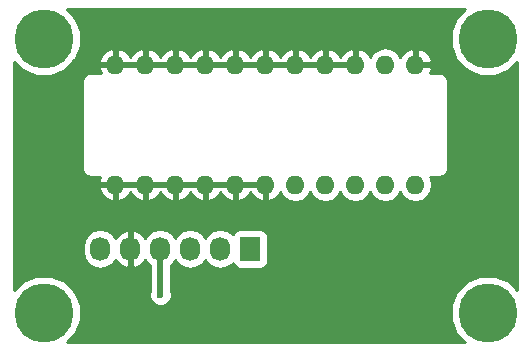
<source format=gbl>
G04 #@! TF.FileFunction,Copper,L2,Bot,Signal*
%FSLAX46Y46*%
G04 Gerber Fmt 4.6, Leading zero omitted, Abs format (unit mm)*
G04 Created by KiCad (PCBNEW 4.0.5+dfsg1-4) date Tue Mar 13 15:03:46 2018*
%MOMM*%
%LPD*%
G01*
G04 APERTURE LIST*
%ADD10C,0.100000*%
%ADD11R,1.727200X2.032000*%
%ADD12O,1.727200X2.032000*%
%ADD13O,1.600000X1.600000*%
%ADD14C,5.000000*%
%ADD15C,0.600000*%
%ADD16C,0.508000*%
%ADD17C,0.254000*%
G04 APERTURE END LIST*
D10*
D11*
X128264880Y-94097760D03*
D12*
X125724880Y-94097760D03*
X123184880Y-94097760D03*
X120644880Y-94097760D03*
X118104880Y-94097760D03*
X115564880Y-94097760D03*
D13*
X142240000Y-88646000D03*
X139700000Y-88646000D03*
X137160000Y-88646000D03*
X134620000Y-88646000D03*
X132080000Y-88646000D03*
X129540000Y-88646000D03*
X127000000Y-88646000D03*
X124460000Y-88646000D03*
X121920000Y-88646000D03*
X119380000Y-88646000D03*
X116840000Y-88646000D03*
X116840000Y-78486000D03*
X119380000Y-78486000D03*
X121920000Y-78486000D03*
X124460000Y-78486000D03*
X127000000Y-78486000D03*
X129540000Y-78486000D03*
X132080000Y-78486000D03*
X134620000Y-78486000D03*
X137160000Y-78486000D03*
X139700000Y-78486000D03*
X142240000Y-78486000D03*
D14*
X110764880Y-76297760D03*
X148364880Y-76297760D03*
X110764880Y-99497760D03*
X148364880Y-99497760D03*
D15*
X119264880Y-100197760D03*
X125064880Y-97097760D03*
X132364880Y-99397760D03*
X140564880Y-99897760D03*
X145364880Y-90997760D03*
X120664880Y-97997760D03*
D16*
X120644880Y-94097760D02*
X120644880Y-97977760D01*
X120644880Y-97977760D02*
X120664880Y-97997760D01*
D17*
G36*
X145708706Y-74519607D02*
X145230426Y-75671434D01*
X145229337Y-76918614D01*
X145705607Y-78071275D01*
X146586727Y-78953934D01*
X147738554Y-79432214D01*
X148985734Y-79433303D01*
X150138395Y-78957033D01*
X150854880Y-78241797D01*
X150854880Y-97554676D01*
X150143033Y-96841586D01*
X148991206Y-96363306D01*
X147744026Y-96362217D01*
X146591365Y-96838487D01*
X145708706Y-97719607D01*
X145230426Y-98871434D01*
X145229337Y-100118614D01*
X145705607Y-101271275D01*
X146420843Y-101987760D01*
X112707964Y-101987760D01*
X113421054Y-101275913D01*
X113899334Y-100124086D01*
X113900423Y-98876906D01*
X113424153Y-97724245D01*
X112543033Y-96841586D01*
X111391206Y-96363306D01*
X110144026Y-96362217D01*
X108991365Y-96838487D01*
X108274880Y-97553723D01*
X108274880Y-93913015D01*
X114066280Y-93913015D01*
X114066280Y-94282505D01*
X114180354Y-94855994D01*
X114505210Y-95342175D01*
X114991391Y-95667031D01*
X115564880Y-95781105D01*
X116138369Y-95667031D01*
X116624550Y-95342175D01*
X116831341Y-95032691D01*
X117202844Y-95448492D01*
X117730089Y-95702469D01*
X117745854Y-95705118D01*
X117977880Y-95583977D01*
X117977880Y-94224760D01*
X117957880Y-94224760D01*
X117957880Y-93970760D01*
X117977880Y-93970760D01*
X117977880Y-92611543D01*
X118231880Y-92611543D01*
X118231880Y-93970760D01*
X118251880Y-93970760D01*
X118251880Y-94224760D01*
X118231880Y-94224760D01*
X118231880Y-95583977D01*
X118463906Y-95705118D01*
X118479671Y-95702469D01*
X119006916Y-95448492D01*
X119378419Y-95032691D01*
X119585210Y-95342175D01*
X119755880Y-95456213D01*
X119755880Y-97748736D01*
X119730042Y-97810961D01*
X119729718Y-98182927D01*
X119871763Y-98526703D01*
X120134553Y-98789952D01*
X120478081Y-98932598D01*
X120850047Y-98932922D01*
X121193823Y-98790877D01*
X121457072Y-98528087D01*
X121599718Y-98184559D01*
X121600042Y-97812593D01*
X121533880Y-97652468D01*
X121533880Y-95456213D01*
X121704550Y-95342175D01*
X121914880Y-95027394D01*
X122125210Y-95342175D01*
X122611391Y-95667031D01*
X123184880Y-95781105D01*
X123758369Y-95667031D01*
X124244550Y-95342175D01*
X124454880Y-95027394D01*
X124665210Y-95342175D01*
X125151391Y-95667031D01*
X125724880Y-95781105D01*
X126298369Y-95667031D01*
X126784550Y-95342175D01*
X126794123Y-95327847D01*
X126798118Y-95349077D01*
X126937190Y-95565201D01*
X127149390Y-95710191D01*
X127401280Y-95761200D01*
X129128480Y-95761200D01*
X129363797Y-95716922D01*
X129579921Y-95577850D01*
X129724911Y-95365650D01*
X129775920Y-95113760D01*
X129775920Y-93081760D01*
X129731642Y-92846443D01*
X129592570Y-92630319D01*
X129380370Y-92485329D01*
X129128480Y-92434320D01*
X127401280Y-92434320D01*
X127165963Y-92478598D01*
X126949839Y-92617670D01*
X126804849Y-92829870D01*
X126796480Y-92871199D01*
X126784550Y-92853345D01*
X126298369Y-92528489D01*
X125724880Y-92414415D01*
X125151391Y-92528489D01*
X124665210Y-92853345D01*
X124454880Y-93168126D01*
X124244550Y-92853345D01*
X123758369Y-92528489D01*
X123184880Y-92414415D01*
X122611391Y-92528489D01*
X122125210Y-92853345D01*
X121914880Y-93168126D01*
X121704550Y-92853345D01*
X121218369Y-92528489D01*
X120644880Y-92414415D01*
X120071391Y-92528489D01*
X119585210Y-92853345D01*
X119378419Y-93162829D01*
X119006916Y-92747028D01*
X118479671Y-92493051D01*
X118463906Y-92490402D01*
X118231880Y-92611543D01*
X117977880Y-92611543D01*
X117745854Y-92490402D01*
X117730089Y-92493051D01*
X117202844Y-92747028D01*
X116831341Y-93162829D01*
X116624550Y-92853345D01*
X116138369Y-92528489D01*
X115564880Y-92414415D01*
X114991391Y-92528489D01*
X114505210Y-92853345D01*
X114180354Y-93339526D01*
X114066280Y-93913015D01*
X108274880Y-93913015D01*
X108274880Y-88995041D01*
X115448086Y-88995041D01*
X115687611Y-89501134D01*
X116102577Y-89877041D01*
X116490961Y-90037904D01*
X116713000Y-89915915D01*
X116713000Y-88773000D01*
X116967000Y-88773000D01*
X116967000Y-89915915D01*
X117189039Y-90037904D01*
X117577423Y-89877041D01*
X117992389Y-89501134D01*
X118110000Y-89252633D01*
X118227611Y-89501134D01*
X118642577Y-89877041D01*
X119030961Y-90037904D01*
X119253000Y-89915915D01*
X119253000Y-88773000D01*
X119507000Y-88773000D01*
X119507000Y-89915915D01*
X119729039Y-90037904D01*
X120117423Y-89877041D01*
X120532389Y-89501134D01*
X120650000Y-89252633D01*
X120767611Y-89501134D01*
X121182577Y-89877041D01*
X121570961Y-90037904D01*
X121793000Y-89915915D01*
X121793000Y-88773000D01*
X122047000Y-88773000D01*
X122047000Y-89915915D01*
X122269039Y-90037904D01*
X122657423Y-89877041D01*
X123072389Y-89501134D01*
X123190000Y-89252633D01*
X123307611Y-89501134D01*
X123722577Y-89877041D01*
X124110961Y-90037904D01*
X124333000Y-89915915D01*
X124333000Y-88773000D01*
X124587000Y-88773000D01*
X124587000Y-89915915D01*
X124809039Y-90037904D01*
X125197423Y-89877041D01*
X125612389Y-89501134D01*
X125730000Y-89252633D01*
X125847611Y-89501134D01*
X126262577Y-89877041D01*
X126650961Y-90037904D01*
X126873000Y-89915915D01*
X126873000Y-88773000D01*
X127127000Y-88773000D01*
X127127000Y-89915915D01*
X127349039Y-90037904D01*
X127737423Y-89877041D01*
X128152389Y-89501134D01*
X128270000Y-89252633D01*
X128387611Y-89501134D01*
X128802577Y-89877041D01*
X129190961Y-90037904D01*
X129413000Y-89915915D01*
X129413000Y-88773000D01*
X127127000Y-88773000D01*
X126873000Y-88773000D01*
X124587000Y-88773000D01*
X124333000Y-88773000D01*
X122047000Y-88773000D01*
X121793000Y-88773000D01*
X119507000Y-88773000D01*
X119253000Y-88773000D01*
X116967000Y-88773000D01*
X116713000Y-88773000D01*
X115569371Y-88773000D01*
X115448086Y-88995041D01*
X108274880Y-88995041D01*
X108274880Y-79897760D01*
X114054880Y-79897760D01*
X114054880Y-87297760D01*
X114108926Y-87569465D01*
X114262834Y-87799806D01*
X114493175Y-87953714D01*
X114764880Y-88007760D01*
X115584959Y-88007760D01*
X115448086Y-88296959D01*
X115569371Y-88519000D01*
X116713000Y-88519000D01*
X116713000Y-88499000D01*
X116967000Y-88499000D01*
X116967000Y-88519000D01*
X119253000Y-88519000D01*
X119253000Y-88499000D01*
X119507000Y-88499000D01*
X119507000Y-88519000D01*
X121793000Y-88519000D01*
X121793000Y-88499000D01*
X122047000Y-88499000D01*
X122047000Y-88519000D01*
X124333000Y-88519000D01*
X124333000Y-88499000D01*
X124587000Y-88499000D01*
X124587000Y-88519000D01*
X126873000Y-88519000D01*
X126873000Y-88499000D01*
X127127000Y-88499000D01*
X127127000Y-88519000D01*
X129413000Y-88519000D01*
X129413000Y-88499000D01*
X129667000Y-88499000D01*
X129667000Y-88519000D01*
X129687000Y-88519000D01*
X129687000Y-88773000D01*
X129667000Y-88773000D01*
X129667000Y-89915915D01*
X129889039Y-90037904D01*
X130277423Y-89877041D01*
X130692389Y-89501134D01*
X130795014Y-89284297D01*
X131065302Y-89688811D01*
X131530849Y-89999880D01*
X132080000Y-90109113D01*
X132629151Y-89999880D01*
X133094698Y-89688811D01*
X133350000Y-89306725D01*
X133605302Y-89688811D01*
X134070849Y-89999880D01*
X134620000Y-90109113D01*
X135169151Y-89999880D01*
X135634698Y-89688811D01*
X135890000Y-89306725D01*
X136145302Y-89688811D01*
X136610849Y-89999880D01*
X137160000Y-90109113D01*
X137709151Y-89999880D01*
X138174698Y-89688811D01*
X138430000Y-89306725D01*
X138685302Y-89688811D01*
X139150849Y-89999880D01*
X139700000Y-90109113D01*
X140249151Y-89999880D01*
X140714698Y-89688811D01*
X140970000Y-89306725D01*
X141225302Y-89688811D01*
X141690849Y-89999880D01*
X142240000Y-90109113D01*
X142789151Y-89999880D01*
X143254698Y-89688811D01*
X143565767Y-89223264D01*
X143675000Y-88674113D01*
X143675000Y-88617887D01*
X143565767Y-88068736D01*
X143525024Y-88007760D01*
X144264880Y-88007760D01*
X144536585Y-87953714D01*
X144766926Y-87799806D01*
X144920834Y-87569465D01*
X144974880Y-87297760D01*
X144974880Y-79897760D01*
X144920834Y-79626055D01*
X144766926Y-79395714D01*
X144536585Y-79241806D01*
X144264880Y-79187760D01*
X143464978Y-79187760D01*
X143631914Y-78835041D01*
X143510629Y-78613000D01*
X142367000Y-78613000D01*
X142367000Y-78633000D01*
X142113000Y-78633000D01*
X142113000Y-78613000D01*
X142093000Y-78613000D01*
X142093000Y-78359000D01*
X142113000Y-78359000D01*
X142113000Y-77216085D01*
X142367000Y-77216085D01*
X142367000Y-78359000D01*
X143510629Y-78359000D01*
X143631914Y-78136959D01*
X143392389Y-77630866D01*
X142977423Y-77254959D01*
X142589039Y-77094096D01*
X142367000Y-77216085D01*
X142113000Y-77216085D01*
X141890961Y-77094096D01*
X141502577Y-77254959D01*
X141087611Y-77630866D01*
X140984986Y-77847703D01*
X140714698Y-77443189D01*
X140249151Y-77132120D01*
X139700000Y-77022887D01*
X139150849Y-77132120D01*
X138685302Y-77443189D01*
X138415014Y-77847703D01*
X138312389Y-77630866D01*
X137897423Y-77254959D01*
X137509039Y-77094096D01*
X137287000Y-77216085D01*
X137287000Y-78359000D01*
X137307000Y-78359000D01*
X137307000Y-78613000D01*
X137287000Y-78613000D01*
X137287000Y-78633000D01*
X137033000Y-78633000D01*
X137033000Y-78613000D01*
X134747000Y-78613000D01*
X134747000Y-78633000D01*
X134493000Y-78633000D01*
X134493000Y-78613000D01*
X132207000Y-78613000D01*
X132207000Y-78633000D01*
X131953000Y-78633000D01*
X131953000Y-78613000D01*
X129667000Y-78613000D01*
X129667000Y-78633000D01*
X129413000Y-78633000D01*
X129413000Y-78613000D01*
X127127000Y-78613000D01*
X127127000Y-78633000D01*
X126873000Y-78633000D01*
X126873000Y-78613000D01*
X124587000Y-78613000D01*
X124587000Y-78633000D01*
X124333000Y-78633000D01*
X124333000Y-78613000D01*
X122047000Y-78613000D01*
X122047000Y-78633000D01*
X121793000Y-78633000D01*
X121793000Y-78613000D01*
X119507000Y-78613000D01*
X119507000Y-78633000D01*
X119253000Y-78633000D01*
X119253000Y-78613000D01*
X116967000Y-78613000D01*
X116967000Y-78633000D01*
X116713000Y-78633000D01*
X116713000Y-78613000D01*
X115569371Y-78613000D01*
X115448086Y-78835041D01*
X115615022Y-79187760D01*
X114764880Y-79187760D01*
X114493175Y-79241806D01*
X114262834Y-79395714D01*
X114108926Y-79626055D01*
X114054880Y-79897760D01*
X108274880Y-79897760D01*
X108274880Y-78240844D01*
X108986727Y-78953934D01*
X110138554Y-79432214D01*
X111385734Y-79433303D01*
X112538395Y-78957033D01*
X113359901Y-78136959D01*
X115448086Y-78136959D01*
X115569371Y-78359000D01*
X116713000Y-78359000D01*
X116713000Y-77216085D01*
X116967000Y-77216085D01*
X116967000Y-78359000D01*
X119253000Y-78359000D01*
X119253000Y-77216085D01*
X119507000Y-77216085D01*
X119507000Y-78359000D01*
X121793000Y-78359000D01*
X121793000Y-77216085D01*
X122047000Y-77216085D01*
X122047000Y-78359000D01*
X124333000Y-78359000D01*
X124333000Y-77216085D01*
X124587000Y-77216085D01*
X124587000Y-78359000D01*
X126873000Y-78359000D01*
X126873000Y-77216085D01*
X127127000Y-77216085D01*
X127127000Y-78359000D01*
X129413000Y-78359000D01*
X129413000Y-77216085D01*
X129667000Y-77216085D01*
X129667000Y-78359000D01*
X131953000Y-78359000D01*
X131953000Y-77216085D01*
X132207000Y-77216085D01*
X132207000Y-78359000D01*
X134493000Y-78359000D01*
X134493000Y-77216085D01*
X134747000Y-77216085D01*
X134747000Y-78359000D01*
X137033000Y-78359000D01*
X137033000Y-77216085D01*
X136810961Y-77094096D01*
X136422577Y-77254959D01*
X136007611Y-77630866D01*
X135890000Y-77879367D01*
X135772389Y-77630866D01*
X135357423Y-77254959D01*
X134969039Y-77094096D01*
X134747000Y-77216085D01*
X134493000Y-77216085D01*
X134270961Y-77094096D01*
X133882577Y-77254959D01*
X133467611Y-77630866D01*
X133350000Y-77879367D01*
X133232389Y-77630866D01*
X132817423Y-77254959D01*
X132429039Y-77094096D01*
X132207000Y-77216085D01*
X131953000Y-77216085D01*
X131730961Y-77094096D01*
X131342577Y-77254959D01*
X130927611Y-77630866D01*
X130810000Y-77879367D01*
X130692389Y-77630866D01*
X130277423Y-77254959D01*
X129889039Y-77094096D01*
X129667000Y-77216085D01*
X129413000Y-77216085D01*
X129190961Y-77094096D01*
X128802577Y-77254959D01*
X128387611Y-77630866D01*
X128270000Y-77879367D01*
X128152389Y-77630866D01*
X127737423Y-77254959D01*
X127349039Y-77094096D01*
X127127000Y-77216085D01*
X126873000Y-77216085D01*
X126650961Y-77094096D01*
X126262577Y-77254959D01*
X125847611Y-77630866D01*
X125730000Y-77879367D01*
X125612389Y-77630866D01*
X125197423Y-77254959D01*
X124809039Y-77094096D01*
X124587000Y-77216085D01*
X124333000Y-77216085D01*
X124110961Y-77094096D01*
X123722577Y-77254959D01*
X123307611Y-77630866D01*
X123190000Y-77879367D01*
X123072389Y-77630866D01*
X122657423Y-77254959D01*
X122269039Y-77094096D01*
X122047000Y-77216085D01*
X121793000Y-77216085D01*
X121570961Y-77094096D01*
X121182577Y-77254959D01*
X120767611Y-77630866D01*
X120650000Y-77879367D01*
X120532389Y-77630866D01*
X120117423Y-77254959D01*
X119729039Y-77094096D01*
X119507000Y-77216085D01*
X119253000Y-77216085D01*
X119030961Y-77094096D01*
X118642577Y-77254959D01*
X118227611Y-77630866D01*
X118110000Y-77879367D01*
X117992389Y-77630866D01*
X117577423Y-77254959D01*
X117189039Y-77094096D01*
X116967000Y-77216085D01*
X116713000Y-77216085D01*
X116490961Y-77094096D01*
X116102577Y-77254959D01*
X115687611Y-77630866D01*
X115448086Y-78136959D01*
X113359901Y-78136959D01*
X113421054Y-78075913D01*
X113899334Y-76924086D01*
X113900423Y-75676906D01*
X113424153Y-74524245D01*
X112708917Y-73807760D01*
X146421796Y-73807760D01*
X145708706Y-74519607D01*
X145708706Y-74519607D01*
G37*
X145708706Y-74519607D02*
X145230426Y-75671434D01*
X145229337Y-76918614D01*
X145705607Y-78071275D01*
X146586727Y-78953934D01*
X147738554Y-79432214D01*
X148985734Y-79433303D01*
X150138395Y-78957033D01*
X150854880Y-78241797D01*
X150854880Y-97554676D01*
X150143033Y-96841586D01*
X148991206Y-96363306D01*
X147744026Y-96362217D01*
X146591365Y-96838487D01*
X145708706Y-97719607D01*
X145230426Y-98871434D01*
X145229337Y-100118614D01*
X145705607Y-101271275D01*
X146420843Y-101987760D01*
X112707964Y-101987760D01*
X113421054Y-101275913D01*
X113899334Y-100124086D01*
X113900423Y-98876906D01*
X113424153Y-97724245D01*
X112543033Y-96841586D01*
X111391206Y-96363306D01*
X110144026Y-96362217D01*
X108991365Y-96838487D01*
X108274880Y-97553723D01*
X108274880Y-93913015D01*
X114066280Y-93913015D01*
X114066280Y-94282505D01*
X114180354Y-94855994D01*
X114505210Y-95342175D01*
X114991391Y-95667031D01*
X115564880Y-95781105D01*
X116138369Y-95667031D01*
X116624550Y-95342175D01*
X116831341Y-95032691D01*
X117202844Y-95448492D01*
X117730089Y-95702469D01*
X117745854Y-95705118D01*
X117977880Y-95583977D01*
X117977880Y-94224760D01*
X117957880Y-94224760D01*
X117957880Y-93970760D01*
X117977880Y-93970760D01*
X117977880Y-92611543D01*
X118231880Y-92611543D01*
X118231880Y-93970760D01*
X118251880Y-93970760D01*
X118251880Y-94224760D01*
X118231880Y-94224760D01*
X118231880Y-95583977D01*
X118463906Y-95705118D01*
X118479671Y-95702469D01*
X119006916Y-95448492D01*
X119378419Y-95032691D01*
X119585210Y-95342175D01*
X119755880Y-95456213D01*
X119755880Y-97748736D01*
X119730042Y-97810961D01*
X119729718Y-98182927D01*
X119871763Y-98526703D01*
X120134553Y-98789952D01*
X120478081Y-98932598D01*
X120850047Y-98932922D01*
X121193823Y-98790877D01*
X121457072Y-98528087D01*
X121599718Y-98184559D01*
X121600042Y-97812593D01*
X121533880Y-97652468D01*
X121533880Y-95456213D01*
X121704550Y-95342175D01*
X121914880Y-95027394D01*
X122125210Y-95342175D01*
X122611391Y-95667031D01*
X123184880Y-95781105D01*
X123758369Y-95667031D01*
X124244550Y-95342175D01*
X124454880Y-95027394D01*
X124665210Y-95342175D01*
X125151391Y-95667031D01*
X125724880Y-95781105D01*
X126298369Y-95667031D01*
X126784550Y-95342175D01*
X126794123Y-95327847D01*
X126798118Y-95349077D01*
X126937190Y-95565201D01*
X127149390Y-95710191D01*
X127401280Y-95761200D01*
X129128480Y-95761200D01*
X129363797Y-95716922D01*
X129579921Y-95577850D01*
X129724911Y-95365650D01*
X129775920Y-95113760D01*
X129775920Y-93081760D01*
X129731642Y-92846443D01*
X129592570Y-92630319D01*
X129380370Y-92485329D01*
X129128480Y-92434320D01*
X127401280Y-92434320D01*
X127165963Y-92478598D01*
X126949839Y-92617670D01*
X126804849Y-92829870D01*
X126796480Y-92871199D01*
X126784550Y-92853345D01*
X126298369Y-92528489D01*
X125724880Y-92414415D01*
X125151391Y-92528489D01*
X124665210Y-92853345D01*
X124454880Y-93168126D01*
X124244550Y-92853345D01*
X123758369Y-92528489D01*
X123184880Y-92414415D01*
X122611391Y-92528489D01*
X122125210Y-92853345D01*
X121914880Y-93168126D01*
X121704550Y-92853345D01*
X121218369Y-92528489D01*
X120644880Y-92414415D01*
X120071391Y-92528489D01*
X119585210Y-92853345D01*
X119378419Y-93162829D01*
X119006916Y-92747028D01*
X118479671Y-92493051D01*
X118463906Y-92490402D01*
X118231880Y-92611543D01*
X117977880Y-92611543D01*
X117745854Y-92490402D01*
X117730089Y-92493051D01*
X117202844Y-92747028D01*
X116831341Y-93162829D01*
X116624550Y-92853345D01*
X116138369Y-92528489D01*
X115564880Y-92414415D01*
X114991391Y-92528489D01*
X114505210Y-92853345D01*
X114180354Y-93339526D01*
X114066280Y-93913015D01*
X108274880Y-93913015D01*
X108274880Y-88995041D01*
X115448086Y-88995041D01*
X115687611Y-89501134D01*
X116102577Y-89877041D01*
X116490961Y-90037904D01*
X116713000Y-89915915D01*
X116713000Y-88773000D01*
X116967000Y-88773000D01*
X116967000Y-89915915D01*
X117189039Y-90037904D01*
X117577423Y-89877041D01*
X117992389Y-89501134D01*
X118110000Y-89252633D01*
X118227611Y-89501134D01*
X118642577Y-89877041D01*
X119030961Y-90037904D01*
X119253000Y-89915915D01*
X119253000Y-88773000D01*
X119507000Y-88773000D01*
X119507000Y-89915915D01*
X119729039Y-90037904D01*
X120117423Y-89877041D01*
X120532389Y-89501134D01*
X120650000Y-89252633D01*
X120767611Y-89501134D01*
X121182577Y-89877041D01*
X121570961Y-90037904D01*
X121793000Y-89915915D01*
X121793000Y-88773000D01*
X122047000Y-88773000D01*
X122047000Y-89915915D01*
X122269039Y-90037904D01*
X122657423Y-89877041D01*
X123072389Y-89501134D01*
X123190000Y-89252633D01*
X123307611Y-89501134D01*
X123722577Y-89877041D01*
X124110961Y-90037904D01*
X124333000Y-89915915D01*
X124333000Y-88773000D01*
X124587000Y-88773000D01*
X124587000Y-89915915D01*
X124809039Y-90037904D01*
X125197423Y-89877041D01*
X125612389Y-89501134D01*
X125730000Y-89252633D01*
X125847611Y-89501134D01*
X126262577Y-89877041D01*
X126650961Y-90037904D01*
X126873000Y-89915915D01*
X126873000Y-88773000D01*
X127127000Y-88773000D01*
X127127000Y-89915915D01*
X127349039Y-90037904D01*
X127737423Y-89877041D01*
X128152389Y-89501134D01*
X128270000Y-89252633D01*
X128387611Y-89501134D01*
X128802577Y-89877041D01*
X129190961Y-90037904D01*
X129413000Y-89915915D01*
X129413000Y-88773000D01*
X127127000Y-88773000D01*
X126873000Y-88773000D01*
X124587000Y-88773000D01*
X124333000Y-88773000D01*
X122047000Y-88773000D01*
X121793000Y-88773000D01*
X119507000Y-88773000D01*
X119253000Y-88773000D01*
X116967000Y-88773000D01*
X116713000Y-88773000D01*
X115569371Y-88773000D01*
X115448086Y-88995041D01*
X108274880Y-88995041D01*
X108274880Y-79897760D01*
X114054880Y-79897760D01*
X114054880Y-87297760D01*
X114108926Y-87569465D01*
X114262834Y-87799806D01*
X114493175Y-87953714D01*
X114764880Y-88007760D01*
X115584959Y-88007760D01*
X115448086Y-88296959D01*
X115569371Y-88519000D01*
X116713000Y-88519000D01*
X116713000Y-88499000D01*
X116967000Y-88499000D01*
X116967000Y-88519000D01*
X119253000Y-88519000D01*
X119253000Y-88499000D01*
X119507000Y-88499000D01*
X119507000Y-88519000D01*
X121793000Y-88519000D01*
X121793000Y-88499000D01*
X122047000Y-88499000D01*
X122047000Y-88519000D01*
X124333000Y-88519000D01*
X124333000Y-88499000D01*
X124587000Y-88499000D01*
X124587000Y-88519000D01*
X126873000Y-88519000D01*
X126873000Y-88499000D01*
X127127000Y-88499000D01*
X127127000Y-88519000D01*
X129413000Y-88519000D01*
X129413000Y-88499000D01*
X129667000Y-88499000D01*
X129667000Y-88519000D01*
X129687000Y-88519000D01*
X129687000Y-88773000D01*
X129667000Y-88773000D01*
X129667000Y-89915915D01*
X129889039Y-90037904D01*
X130277423Y-89877041D01*
X130692389Y-89501134D01*
X130795014Y-89284297D01*
X131065302Y-89688811D01*
X131530849Y-89999880D01*
X132080000Y-90109113D01*
X132629151Y-89999880D01*
X133094698Y-89688811D01*
X133350000Y-89306725D01*
X133605302Y-89688811D01*
X134070849Y-89999880D01*
X134620000Y-90109113D01*
X135169151Y-89999880D01*
X135634698Y-89688811D01*
X135890000Y-89306725D01*
X136145302Y-89688811D01*
X136610849Y-89999880D01*
X137160000Y-90109113D01*
X137709151Y-89999880D01*
X138174698Y-89688811D01*
X138430000Y-89306725D01*
X138685302Y-89688811D01*
X139150849Y-89999880D01*
X139700000Y-90109113D01*
X140249151Y-89999880D01*
X140714698Y-89688811D01*
X140970000Y-89306725D01*
X141225302Y-89688811D01*
X141690849Y-89999880D01*
X142240000Y-90109113D01*
X142789151Y-89999880D01*
X143254698Y-89688811D01*
X143565767Y-89223264D01*
X143675000Y-88674113D01*
X143675000Y-88617887D01*
X143565767Y-88068736D01*
X143525024Y-88007760D01*
X144264880Y-88007760D01*
X144536585Y-87953714D01*
X144766926Y-87799806D01*
X144920834Y-87569465D01*
X144974880Y-87297760D01*
X144974880Y-79897760D01*
X144920834Y-79626055D01*
X144766926Y-79395714D01*
X144536585Y-79241806D01*
X144264880Y-79187760D01*
X143464978Y-79187760D01*
X143631914Y-78835041D01*
X143510629Y-78613000D01*
X142367000Y-78613000D01*
X142367000Y-78633000D01*
X142113000Y-78633000D01*
X142113000Y-78613000D01*
X142093000Y-78613000D01*
X142093000Y-78359000D01*
X142113000Y-78359000D01*
X142113000Y-77216085D01*
X142367000Y-77216085D01*
X142367000Y-78359000D01*
X143510629Y-78359000D01*
X143631914Y-78136959D01*
X143392389Y-77630866D01*
X142977423Y-77254959D01*
X142589039Y-77094096D01*
X142367000Y-77216085D01*
X142113000Y-77216085D01*
X141890961Y-77094096D01*
X141502577Y-77254959D01*
X141087611Y-77630866D01*
X140984986Y-77847703D01*
X140714698Y-77443189D01*
X140249151Y-77132120D01*
X139700000Y-77022887D01*
X139150849Y-77132120D01*
X138685302Y-77443189D01*
X138415014Y-77847703D01*
X138312389Y-77630866D01*
X137897423Y-77254959D01*
X137509039Y-77094096D01*
X137287000Y-77216085D01*
X137287000Y-78359000D01*
X137307000Y-78359000D01*
X137307000Y-78613000D01*
X137287000Y-78613000D01*
X137287000Y-78633000D01*
X137033000Y-78633000D01*
X137033000Y-78613000D01*
X134747000Y-78613000D01*
X134747000Y-78633000D01*
X134493000Y-78633000D01*
X134493000Y-78613000D01*
X132207000Y-78613000D01*
X132207000Y-78633000D01*
X131953000Y-78633000D01*
X131953000Y-78613000D01*
X129667000Y-78613000D01*
X129667000Y-78633000D01*
X129413000Y-78633000D01*
X129413000Y-78613000D01*
X127127000Y-78613000D01*
X127127000Y-78633000D01*
X126873000Y-78633000D01*
X126873000Y-78613000D01*
X124587000Y-78613000D01*
X124587000Y-78633000D01*
X124333000Y-78633000D01*
X124333000Y-78613000D01*
X122047000Y-78613000D01*
X122047000Y-78633000D01*
X121793000Y-78633000D01*
X121793000Y-78613000D01*
X119507000Y-78613000D01*
X119507000Y-78633000D01*
X119253000Y-78633000D01*
X119253000Y-78613000D01*
X116967000Y-78613000D01*
X116967000Y-78633000D01*
X116713000Y-78633000D01*
X116713000Y-78613000D01*
X115569371Y-78613000D01*
X115448086Y-78835041D01*
X115615022Y-79187760D01*
X114764880Y-79187760D01*
X114493175Y-79241806D01*
X114262834Y-79395714D01*
X114108926Y-79626055D01*
X114054880Y-79897760D01*
X108274880Y-79897760D01*
X108274880Y-78240844D01*
X108986727Y-78953934D01*
X110138554Y-79432214D01*
X111385734Y-79433303D01*
X112538395Y-78957033D01*
X113359901Y-78136959D01*
X115448086Y-78136959D01*
X115569371Y-78359000D01*
X116713000Y-78359000D01*
X116713000Y-77216085D01*
X116967000Y-77216085D01*
X116967000Y-78359000D01*
X119253000Y-78359000D01*
X119253000Y-77216085D01*
X119507000Y-77216085D01*
X119507000Y-78359000D01*
X121793000Y-78359000D01*
X121793000Y-77216085D01*
X122047000Y-77216085D01*
X122047000Y-78359000D01*
X124333000Y-78359000D01*
X124333000Y-77216085D01*
X124587000Y-77216085D01*
X124587000Y-78359000D01*
X126873000Y-78359000D01*
X126873000Y-77216085D01*
X127127000Y-77216085D01*
X127127000Y-78359000D01*
X129413000Y-78359000D01*
X129413000Y-77216085D01*
X129667000Y-77216085D01*
X129667000Y-78359000D01*
X131953000Y-78359000D01*
X131953000Y-77216085D01*
X132207000Y-77216085D01*
X132207000Y-78359000D01*
X134493000Y-78359000D01*
X134493000Y-77216085D01*
X134747000Y-77216085D01*
X134747000Y-78359000D01*
X137033000Y-78359000D01*
X137033000Y-77216085D01*
X136810961Y-77094096D01*
X136422577Y-77254959D01*
X136007611Y-77630866D01*
X135890000Y-77879367D01*
X135772389Y-77630866D01*
X135357423Y-77254959D01*
X134969039Y-77094096D01*
X134747000Y-77216085D01*
X134493000Y-77216085D01*
X134270961Y-77094096D01*
X133882577Y-77254959D01*
X133467611Y-77630866D01*
X133350000Y-77879367D01*
X133232389Y-77630866D01*
X132817423Y-77254959D01*
X132429039Y-77094096D01*
X132207000Y-77216085D01*
X131953000Y-77216085D01*
X131730961Y-77094096D01*
X131342577Y-77254959D01*
X130927611Y-77630866D01*
X130810000Y-77879367D01*
X130692389Y-77630866D01*
X130277423Y-77254959D01*
X129889039Y-77094096D01*
X129667000Y-77216085D01*
X129413000Y-77216085D01*
X129190961Y-77094096D01*
X128802577Y-77254959D01*
X128387611Y-77630866D01*
X128270000Y-77879367D01*
X128152389Y-77630866D01*
X127737423Y-77254959D01*
X127349039Y-77094096D01*
X127127000Y-77216085D01*
X126873000Y-77216085D01*
X126650961Y-77094096D01*
X126262577Y-77254959D01*
X125847611Y-77630866D01*
X125730000Y-77879367D01*
X125612389Y-77630866D01*
X125197423Y-77254959D01*
X124809039Y-77094096D01*
X124587000Y-77216085D01*
X124333000Y-77216085D01*
X124110961Y-77094096D01*
X123722577Y-77254959D01*
X123307611Y-77630866D01*
X123190000Y-77879367D01*
X123072389Y-77630866D01*
X122657423Y-77254959D01*
X122269039Y-77094096D01*
X122047000Y-77216085D01*
X121793000Y-77216085D01*
X121570961Y-77094096D01*
X121182577Y-77254959D01*
X120767611Y-77630866D01*
X120650000Y-77879367D01*
X120532389Y-77630866D01*
X120117423Y-77254959D01*
X119729039Y-77094096D01*
X119507000Y-77216085D01*
X119253000Y-77216085D01*
X119030961Y-77094096D01*
X118642577Y-77254959D01*
X118227611Y-77630866D01*
X118110000Y-77879367D01*
X117992389Y-77630866D01*
X117577423Y-77254959D01*
X117189039Y-77094096D01*
X116967000Y-77216085D01*
X116713000Y-77216085D01*
X116490961Y-77094096D01*
X116102577Y-77254959D01*
X115687611Y-77630866D01*
X115448086Y-78136959D01*
X113359901Y-78136959D01*
X113421054Y-78075913D01*
X113899334Y-76924086D01*
X113900423Y-75676906D01*
X113424153Y-74524245D01*
X112708917Y-73807760D01*
X146421796Y-73807760D01*
X145708706Y-74519607D01*
M02*

</source>
